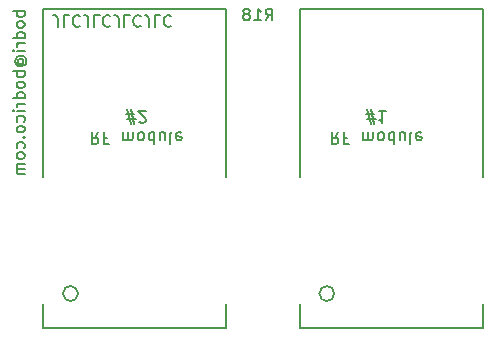
<source format=gbo>
G04 #@! TF.GenerationSoftware,KiCad,Pcbnew,(5.1.4-0-10_14)*
G04 #@! TF.CreationDate,2020-03-30T10:54:37+02:00*
G04 #@! TF.ProjectId,kapukiTRX-hw-trx,6b617075-6b69-4545-9258-2d68772d7472,rev?*
G04 #@! TF.SameCoordinates,Original*
G04 #@! TF.FileFunction,Legend,Bot*
G04 #@! TF.FilePolarity,Positive*
%FSLAX46Y46*%
G04 Gerber Fmt 4.6, Leading zero omitted, Abs format (unit mm)*
G04 Created by KiCad (PCBNEW (5.1.4-0-10_14)) date 2020-03-30 10:54:37*
%MOMM*%
%LPD*%
G04 APERTURE LIST*
%ADD10C,0.150000*%
G04 APERTURE END LIST*
D10*
X176228952Y-96051619D02*
X176228952Y-95337333D01*
X176181333Y-95194476D01*
X176086095Y-95099238D01*
X175943238Y-95051619D01*
X175848000Y-95051619D01*
X177181333Y-95051619D02*
X176705142Y-95051619D01*
X176705142Y-96051619D01*
X178086095Y-95146857D02*
X178038476Y-95099238D01*
X177895619Y-95051619D01*
X177800380Y-95051619D01*
X177657523Y-95099238D01*
X177562285Y-95194476D01*
X177514666Y-95289714D01*
X177467047Y-95480190D01*
X177467047Y-95623047D01*
X177514666Y-95813523D01*
X177562285Y-95908761D01*
X177657523Y-96004000D01*
X177800380Y-96051619D01*
X177895619Y-96051619D01*
X178038476Y-96004000D01*
X178086095Y-95956380D01*
X178800380Y-96051619D02*
X178800380Y-95337333D01*
X178752761Y-95194476D01*
X178657523Y-95099238D01*
X178514666Y-95051619D01*
X178419428Y-95051619D01*
X179752761Y-95051619D02*
X179276571Y-95051619D01*
X179276571Y-96051619D01*
X180657523Y-95146857D02*
X180609904Y-95099238D01*
X180467047Y-95051619D01*
X180371809Y-95051619D01*
X180228952Y-95099238D01*
X180133714Y-95194476D01*
X180086095Y-95289714D01*
X180038476Y-95480190D01*
X180038476Y-95623047D01*
X180086095Y-95813523D01*
X180133714Y-95908761D01*
X180228952Y-96004000D01*
X180371809Y-96051619D01*
X180467047Y-96051619D01*
X180609904Y-96004000D01*
X180657523Y-95956380D01*
X181371809Y-96051619D02*
X181371809Y-95337333D01*
X181324190Y-95194476D01*
X181228952Y-95099238D01*
X181086095Y-95051619D01*
X180990857Y-95051619D01*
X182324190Y-95051619D02*
X181848000Y-95051619D01*
X181848000Y-96051619D01*
X183228952Y-95146857D02*
X183181333Y-95099238D01*
X183038476Y-95051619D01*
X182943238Y-95051619D01*
X182800380Y-95099238D01*
X182705142Y-95194476D01*
X182657523Y-95289714D01*
X182609904Y-95480190D01*
X182609904Y-95623047D01*
X182657523Y-95813523D01*
X182705142Y-95908761D01*
X182800380Y-96004000D01*
X182943238Y-96051619D01*
X183038476Y-96051619D01*
X183181333Y-96004000D01*
X183228952Y-95956380D01*
X183943238Y-96051619D02*
X183943238Y-95337333D01*
X183895619Y-95194476D01*
X183800380Y-95099238D01*
X183657523Y-95051619D01*
X183562285Y-95051619D01*
X184895619Y-95051619D02*
X184419428Y-95051619D01*
X184419428Y-96051619D01*
X185800380Y-95146857D02*
X185752761Y-95099238D01*
X185609904Y-95051619D01*
X185514666Y-95051619D01*
X185371809Y-95099238D01*
X185276571Y-95194476D01*
X185228952Y-95289714D01*
X185181333Y-95480190D01*
X185181333Y-95623047D01*
X185228952Y-95813523D01*
X185276571Y-95908761D01*
X185371809Y-96004000D01*
X185514666Y-96051619D01*
X185609904Y-96051619D01*
X185752761Y-96004000D01*
X185800380Y-95956380D01*
X202414285Y-103846285D02*
X203128571Y-103846285D01*
X202700000Y-104274857D02*
X202414285Y-102989142D01*
X203033333Y-103417714D02*
X202319047Y-103417714D01*
X202747619Y-102989142D02*
X203033333Y-104274857D01*
X203985714Y-103179619D02*
X203414285Y-103179619D01*
X203700000Y-103179619D02*
X203700000Y-104179619D01*
X203604761Y-104036761D01*
X203509523Y-103941523D01*
X203414285Y-103893904D01*
X182094285Y-103846285D02*
X182808571Y-103846285D01*
X182380000Y-104274857D02*
X182094285Y-102989142D01*
X182713333Y-103417714D02*
X181999047Y-103417714D01*
X182427619Y-102989142D02*
X182713333Y-104274857D01*
X183094285Y-104084380D02*
X183141904Y-104132000D01*
X183237142Y-104179619D01*
X183475238Y-104179619D01*
X183570476Y-104132000D01*
X183618095Y-104084380D01*
X183665714Y-103989142D01*
X183665714Y-103893904D01*
X183618095Y-103751047D01*
X183046666Y-103179619D01*
X183665714Y-103179619D01*
X199985714Y-104957619D02*
X199652380Y-105433809D01*
X199414285Y-104957619D02*
X199414285Y-105957619D01*
X199795238Y-105957619D01*
X199890476Y-105910000D01*
X199938095Y-105862380D01*
X199985714Y-105767142D01*
X199985714Y-105624285D01*
X199938095Y-105529047D01*
X199890476Y-105481428D01*
X199795238Y-105433809D01*
X199414285Y-105433809D01*
X200747619Y-105481428D02*
X200414285Y-105481428D01*
X200414285Y-104957619D02*
X200414285Y-105957619D01*
X200890476Y-105957619D01*
X202033333Y-104957619D02*
X202033333Y-105624285D01*
X202033333Y-105529047D02*
X202080952Y-105576666D01*
X202176190Y-105624285D01*
X202319047Y-105624285D01*
X202414285Y-105576666D01*
X202461904Y-105481428D01*
X202461904Y-104957619D01*
X202461904Y-105481428D02*
X202509523Y-105576666D01*
X202604761Y-105624285D01*
X202747619Y-105624285D01*
X202842857Y-105576666D01*
X202890476Y-105481428D01*
X202890476Y-104957619D01*
X203509523Y-104957619D02*
X203414285Y-105005238D01*
X203366666Y-105052857D01*
X203319047Y-105148095D01*
X203319047Y-105433809D01*
X203366666Y-105529047D01*
X203414285Y-105576666D01*
X203509523Y-105624285D01*
X203652380Y-105624285D01*
X203747619Y-105576666D01*
X203795238Y-105529047D01*
X203842857Y-105433809D01*
X203842857Y-105148095D01*
X203795238Y-105052857D01*
X203747619Y-105005238D01*
X203652380Y-104957619D01*
X203509523Y-104957619D01*
X204700000Y-104957619D02*
X204700000Y-105957619D01*
X204700000Y-105005238D02*
X204604761Y-104957619D01*
X204414285Y-104957619D01*
X204319047Y-105005238D01*
X204271428Y-105052857D01*
X204223809Y-105148095D01*
X204223809Y-105433809D01*
X204271428Y-105529047D01*
X204319047Y-105576666D01*
X204414285Y-105624285D01*
X204604761Y-105624285D01*
X204700000Y-105576666D01*
X205604761Y-105624285D02*
X205604761Y-104957619D01*
X205176190Y-105624285D02*
X205176190Y-105100476D01*
X205223809Y-105005238D01*
X205319047Y-104957619D01*
X205461904Y-104957619D01*
X205557142Y-105005238D01*
X205604761Y-105052857D01*
X206223809Y-104957619D02*
X206128571Y-105005238D01*
X206080952Y-105100476D01*
X206080952Y-105957619D01*
X206985714Y-105005238D02*
X206890476Y-104957619D01*
X206700000Y-104957619D01*
X206604761Y-105005238D01*
X206557142Y-105100476D01*
X206557142Y-105481428D01*
X206604761Y-105576666D01*
X206700000Y-105624285D01*
X206890476Y-105624285D01*
X206985714Y-105576666D01*
X207033333Y-105481428D01*
X207033333Y-105386190D01*
X206557142Y-105290952D01*
X179665714Y-104957619D02*
X179332380Y-105433809D01*
X179094285Y-104957619D02*
X179094285Y-105957619D01*
X179475238Y-105957619D01*
X179570476Y-105910000D01*
X179618095Y-105862380D01*
X179665714Y-105767142D01*
X179665714Y-105624285D01*
X179618095Y-105529047D01*
X179570476Y-105481428D01*
X179475238Y-105433809D01*
X179094285Y-105433809D01*
X180427619Y-105481428D02*
X180094285Y-105481428D01*
X180094285Y-104957619D02*
X180094285Y-105957619D01*
X180570476Y-105957619D01*
X181713333Y-104957619D02*
X181713333Y-105624285D01*
X181713333Y-105529047D02*
X181760952Y-105576666D01*
X181856190Y-105624285D01*
X181999047Y-105624285D01*
X182094285Y-105576666D01*
X182141904Y-105481428D01*
X182141904Y-104957619D01*
X182141904Y-105481428D02*
X182189523Y-105576666D01*
X182284761Y-105624285D01*
X182427619Y-105624285D01*
X182522857Y-105576666D01*
X182570476Y-105481428D01*
X182570476Y-104957619D01*
X183189523Y-104957619D02*
X183094285Y-105005238D01*
X183046666Y-105052857D01*
X182999047Y-105148095D01*
X182999047Y-105433809D01*
X183046666Y-105529047D01*
X183094285Y-105576666D01*
X183189523Y-105624285D01*
X183332380Y-105624285D01*
X183427619Y-105576666D01*
X183475238Y-105529047D01*
X183522857Y-105433809D01*
X183522857Y-105148095D01*
X183475238Y-105052857D01*
X183427619Y-105005238D01*
X183332380Y-104957619D01*
X183189523Y-104957619D01*
X184380000Y-104957619D02*
X184380000Y-105957619D01*
X184380000Y-105005238D02*
X184284761Y-104957619D01*
X184094285Y-104957619D01*
X183999047Y-105005238D01*
X183951428Y-105052857D01*
X183903809Y-105148095D01*
X183903809Y-105433809D01*
X183951428Y-105529047D01*
X183999047Y-105576666D01*
X184094285Y-105624285D01*
X184284761Y-105624285D01*
X184380000Y-105576666D01*
X185284761Y-105624285D02*
X185284761Y-104957619D01*
X184856190Y-105624285D02*
X184856190Y-105100476D01*
X184903809Y-105005238D01*
X184999047Y-104957619D01*
X185141904Y-104957619D01*
X185237142Y-105005238D01*
X185284761Y-105052857D01*
X185903809Y-104957619D02*
X185808571Y-105005238D01*
X185760952Y-105100476D01*
X185760952Y-105957619D01*
X186665714Y-105005238D02*
X186570476Y-104957619D01*
X186380000Y-104957619D01*
X186284761Y-105005238D01*
X186237142Y-105100476D01*
X186237142Y-105481428D01*
X186284761Y-105576666D01*
X186380000Y-105624285D01*
X186570476Y-105624285D01*
X186665714Y-105576666D01*
X186713333Y-105481428D01*
X186713333Y-105386190D01*
X186237142Y-105290952D01*
X173400980Y-94719047D02*
X172400980Y-94719047D01*
X172781933Y-94719047D02*
X172734314Y-94814285D01*
X172734314Y-95004761D01*
X172781933Y-95100000D01*
X172829552Y-95147619D01*
X172924790Y-95195238D01*
X173210504Y-95195238D01*
X173305742Y-95147619D01*
X173353361Y-95100000D01*
X173400980Y-95004761D01*
X173400980Y-94814285D01*
X173353361Y-94719047D01*
X173400980Y-95766666D02*
X173353361Y-95671428D01*
X173305742Y-95623809D01*
X173210504Y-95576190D01*
X172924790Y-95576190D01*
X172829552Y-95623809D01*
X172781933Y-95671428D01*
X172734314Y-95766666D01*
X172734314Y-95909523D01*
X172781933Y-96004761D01*
X172829552Y-96052380D01*
X172924790Y-96100000D01*
X173210504Y-96100000D01*
X173305742Y-96052380D01*
X173353361Y-96004761D01*
X173400980Y-95909523D01*
X173400980Y-95766666D01*
X173400980Y-96957142D02*
X172400980Y-96957142D01*
X173353361Y-96957142D02*
X173400980Y-96861904D01*
X173400980Y-96671428D01*
X173353361Y-96576190D01*
X173305742Y-96528571D01*
X173210504Y-96480952D01*
X172924790Y-96480952D01*
X172829552Y-96528571D01*
X172781933Y-96576190D01*
X172734314Y-96671428D01*
X172734314Y-96861904D01*
X172781933Y-96957142D01*
X173400980Y-97433333D02*
X172734314Y-97433333D01*
X172924790Y-97433333D02*
X172829552Y-97480952D01*
X172781933Y-97528571D01*
X172734314Y-97623809D01*
X172734314Y-97719047D01*
X173400980Y-98052380D02*
X172734314Y-98052380D01*
X172400980Y-98052380D02*
X172448600Y-98004761D01*
X172496219Y-98052380D01*
X172448600Y-98100000D01*
X172400980Y-98052380D01*
X172496219Y-98052380D01*
X172924790Y-99147619D02*
X172877171Y-99100000D01*
X172829552Y-99004761D01*
X172829552Y-98909523D01*
X172877171Y-98814285D01*
X172924790Y-98766666D01*
X173020028Y-98719047D01*
X173115266Y-98719047D01*
X173210504Y-98766666D01*
X173258123Y-98814285D01*
X173305742Y-98909523D01*
X173305742Y-99004761D01*
X173258123Y-99100000D01*
X173210504Y-99147619D01*
X172829552Y-99147619D02*
X173210504Y-99147619D01*
X173258123Y-99195238D01*
X173258123Y-99242857D01*
X173210504Y-99338095D01*
X173115266Y-99385714D01*
X172877171Y-99385714D01*
X172734314Y-99290476D01*
X172639076Y-99147619D01*
X172591457Y-98957142D01*
X172639076Y-98766666D01*
X172734314Y-98623809D01*
X172877171Y-98528571D01*
X173067647Y-98480952D01*
X173258123Y-98528571D01*
X173400980Y-98623809D01*
X173496219Y-98766666D01*
X173543838Y-98957142D01*
X173496219Y-99147619D01*
X173400980Y-99290476D01*
X173400980Y-99814285D02*
X172400980Y-99814285D01*
X172781933Y-99814285D02*
X172734314Y-99909523D01*
X172734314Y-100100000D01*
X172781933Y-100195238D01*
X172829552Y-100242857D01*
X172924790Y-100290476D01*
X173210504Y-100290476D01*
X173305742Y-100242857D01*
X173353361Y-100195238D01*
X173400980Y-100100000D01*
X173400980Y-99909523D01*
X173353361Y-99814285D01*
X173400980Y-100861904D02*
X173353361Y-100766666D01*
X173305742Y-100719047D01*
X173210504Y-100671428D01*
X172924790Y-100671428D01*
X172829552Y-100719047D01*
X172781933Y-100766666D01*
X172734314Y-100861904D01*
X172734314Y-101004761D01*
X172781933Y-101100000D01*
X172829552Y-101147619D01*
X172924790Y-101195238D01*
X173210504Y-101195238D01*
X173305742Y-101147619D01*
X173353361Y-101100000D01*
X173400980Y-101004761D01*
X173400980Y-100861904D01*
X173400980Y-102052380D02*
X172400980Y-102052380D01*
X173353361Y-102052380D02*
X173400980Y-101957142D01*
X173400980Y-101766666D01*
X173353361Y-101671428D01*
X173305742Y-101623809D01*
X173210504Y-101576190D01*
X172924790Y-101576190D01*
X172829552Y-101623809D01*
X172781933Y-101671428D01*
X172734314Y-101766666D01*
X172734314Y-101957142D01*
X172781933Y-102052380D01*
X173400980Y-102528571D02*
X172734314Y-102528571D01*
X172924790Y-102528571D02*
X172829552Y-102576190D01*
X172781933Y-102623809D01*
X172734314Y-102719047D01*
X172734314Y-102814285D01*
X173400980Y-103147619D02*
X172734314Y-103147619D01*
X172400980Y-103147619D02*
X172448600Y-103100000D01*
X172496219Y-103147619D01*
X172448600Y-103195238D01*
X172400980Y-103147619D01*
X172496219Y-103147619D01*
X173353361Y-104052380D02*
X173400980Y-103957142D01*
X173400980Y-103766666D01*
X173353361Y-103671428D01*
X173305742Y-103623809D01*
X173210504Y-103576190D01*
X172924790Y-103576190D01*
X172829552Y-103623809D01*
X172781933Y-103671428D01*
X172734314Y-103766666D01*
X172734314Y-103957142D01*
X172781933Y-104052380D01*
X173400980Y-104623809D02*
X173353361Y-104528571D01*
X173305742Y-104480952D01*
X173210504Y-104433333D01*
X172924790Y-104433333D01*
X172829552Y-104480952D01*
X172781933Y-104528571D01*
X172734314Y-104623809D01*
X172734314Y-104766666D01*
X172781933Y-104861904D01*
X172829552Y-104909523D01*
X172924790Y-104957142D01*
X173210504Y-104957142D01*
X173305742Y-104909523D01*
X173353361Y-104861904D01*
X173400980Y-104766666D01*
X173400980Y-104623809D01*
X173305742Y-105385714D02*
X173353361Y-105433333D01*
X173400980Y-105385714D01*
X173353361Y-105338095D01*
X173305742Y-105385714D01*
X173400980Y-105385714D01*
X173353361Y-106290476D02*
X173400980Y-106195238D01*
X173400980Y-106004761D01*
X173353361Y-105909523D01*
X173305742Y-105861904D01*
X173210504Y-105814285D01*
X172924790Y-105814285D01*
X172829552Y-105861904D01*
X172781933Y-105909523D01*
X172734314Y-106004761D01*
X172734314Y-106195238D01*
X172781933Y-106290476D01*
X173400980Y-106861904D02*
X173353361Y-106766666D01*
X173305742Y-106719047D01*
X173210504Y-106671428D01*
X172924790Y-106671428D01*
X172829552Y-106719047D01*
X172781933Y-106766666D01*
X172734314Y-106861904D01*
X172734314Y-107004761D01*
X172781933Y-107100000D01*
X172829552Y-107147619D01*
X172924790Y-107195238D01*
X173210504Y-107195238D01*
X173305742Y-107147619D01*
X173353361Y-107100000D01*
X173400980Y-107004761D01*
X173400980Y-106861904D01*
X173400980Y-107623809D02*
X172734314Y-107623809D01*
X172829552Y-107623809D02*
X172781933Y-107671428D01*
X172734314Y-107766666D01*
X172734314Y-107909523D01*
X172781933Y-108004761D01*
X172877171Y-108052380D01*
X173400980Y-108052380D01*
X172877171Y-108052380D02*
X172781933Y-108100000D01*
X172734314Y-108195238D01*
X172734314Y-108338095D01*
X172781933Y-108433333D01*
X172877171Y-108480952D01*
X173400980Y-108480952D01*
X196707760Y-120777000D02*
X196707760Y-121539000D01*
X196707760Y-121539000D02*
X197469760Y-121539000D01*
X212201760Y-120777000D02*
X212201760Y-121539000D01*
X212201760Y-121539000D02*
X211439760Y-121539000D01*
X212201760Y-95250000D02*
X212201760Y-94488000D01*
X212201760Y-94488000D02*
X211439760Y-94488000D01*
X196707760Y-95250000D02*
X196707760Y-94488000D01*
X196707760Y-94488000D02*
X197469760Y-94488000D01*
X199628760Y-118615460D02*
G75*
G03X199628760Y-118615460I-635000J0D01*
G01*
X197469760Y-121536460D02*
X211439760Y-121536460D01*
X197469760Y-94485460D02*
X211439760Y-94485460D01*
X196707760Y-120777000D02*
X196707760Y-119507000D01*
X212201760Y-120777000D02*
X212201760Y-119507000D01*
X196707760Y-95250000D02*
X196707760Y-108712000D01*
X212201760Y-95250000D02*
X212201760Y-108712000D01*
X190500000Y-95250000D02*
X190500000Y-108712000D01*
X175006000Y-95250000D02*
X175006000Y-108712000D01*
X190500000Y-120777000D02*
X190500000Y-119507000D01*
X175006000Y-120777000D02*
X175006000Y-119507000D01*
X175768000Y-94485460D02*
X189738000Y-94485460D01*
X175768000Y-121536460D02*
X189738000Y-121536460D01*
X177927000Y-118615460D02*
G75*
G03X177927000Y-118615460I-635000J0D01*
G01*
X175006000Y-94488000D02*
X175768000Y-94488000D01*
X175006000Y-95250000D02*
X175006000Y-94488000D01*
X190500000Y-94488000D02*
X189738000Y-94488000D01*
X190500000Y-95250000D02*
X190500000Y-94488000D01*
X190500000Y-121539000D02*
X189738000Y-121539000D01*
X190500000Y-120777000D02*
X190500000Y-121539000D01*
X175006000Y-121539000D02*
X175768000Y-121539000D01*
X175006000Y-120777000D02*
X175006000Y-121539000D01*
X193809857Y-95497580D02*
X194143190Y-95021390D01*
X194381285Y-95497580D02*
X194381285Y-94497580D01*
X194000333Y-94497580D01*
X193905095Y-94545200D01*
X193857476Y-94592819D01*
X193809857Y-94688057D01*
X193809857Y-94830914D01*
X193857476Y-94926152D01*
X193905095Y-94973771D01*
X194000333Y-95021390D01*
X194381285Y-95021390D01*
X192857476Y-95497580D02*
X193428904Y-95497580D01*
X193143190Y-95497580D02*
X193143190Y-94497580D01*
X193238428Y-94640438D01*
X193333666Y-94735676D01*
X193428904Y-94783295D01*
X192286047Y-94926152D02*
X192381285Y-94878533D01*
X192428904Y-94830914D01*
X192476523Y-94735676D01*
X192476523Y-94688057D01*
X192428904Y-94592819D01*
X192381285Y-94545200D01*
X192286047Y-94497580D01*
X192095571Y-94497580D01*
X192000333Y-94545200D01*
X191952714Y-94592819D01*
X191905095Y-94688057D01*
X191905095Y-94735676D01*
X191952714Y-94830914D01*
X192000333Y-94878533D01*
X192095571Y-94926152D01*
X192286047Y-94926152D01*
X192381285Y-94973771D01*
X192428904Y-95021390D01*
X192476523Y-95116628D01*
X192476523Y-95307104D01*
X192428904Y-95402342D01*
X192381285Y-95449961D01*
X192286047Y-95497580D01*
X192095571Y-95497580D01*
X192000333Y-95449961D01*
X191952714Y-95402342D01*
X191905095Y-95307104D01*
X191905095Y-95116628D01*
X191952714Y-95021390D01*
X192000333Y-94973771D01*
X192095571Y-94926152D01*
M02*

</source>
